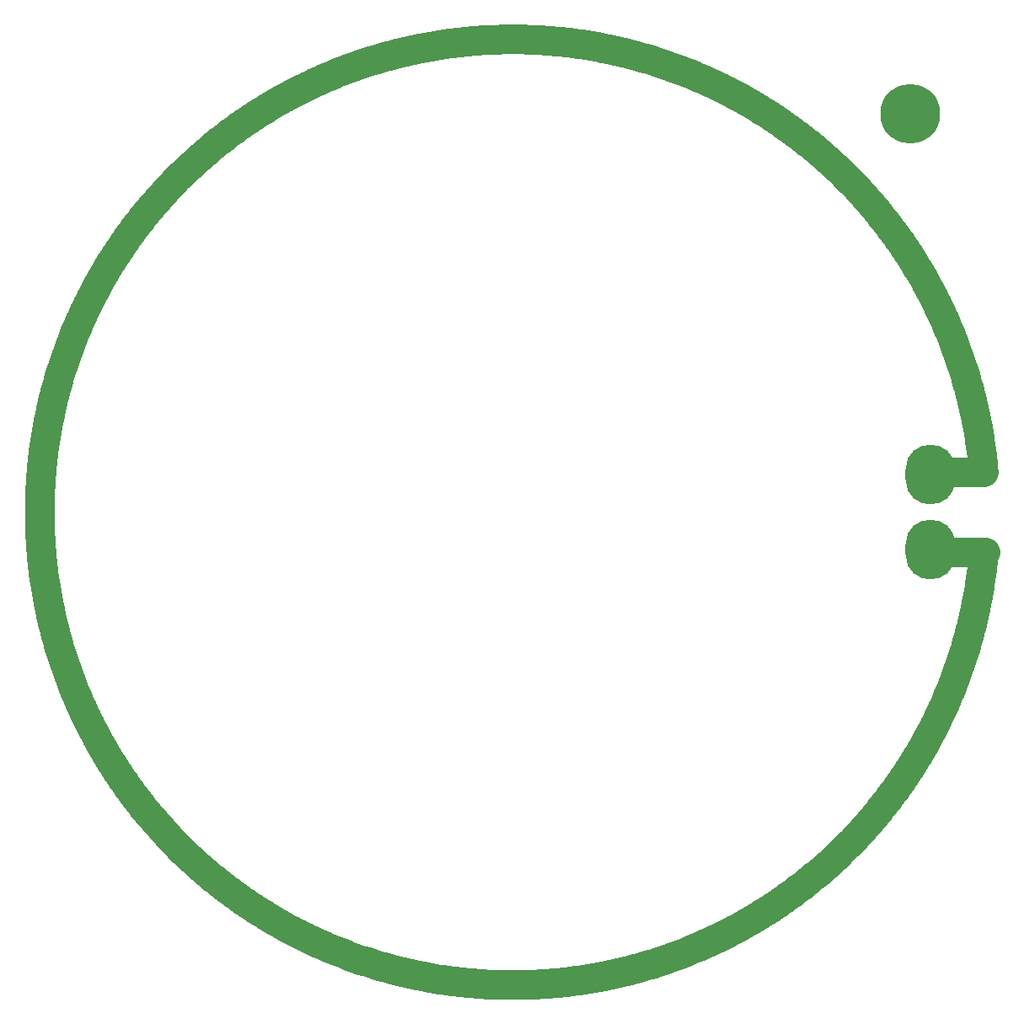
<source format=gbl>
G04 Layer_Physical_Order=2*
G04 Layer_Color=16711680*
%FSLAX25Y25*%
%MOIN*%
G70*
G01*
G75*
%ADD12C,0.23622*%
%ADD13C,0.11811*%
%ADD14O,0.19685X0.23622*%
D12*
X157480Y157480D02*
D03*
D13*
X186334Y15860D02*
X186247Y16856D01*
X186154Y17852D01*
X186056Y18847D01*
X185952Y19842D01*
X185843Y20837D01*
X185729Y21830D01*
X185610Y22823D01*
X185485Y23816D01*
X185355Y24807D01*
X185220Y25798D01*
X185079Y26789D01*
X184933Y27778D01*
X184782Y28767D01*
X184625Y29755D01*
X184464Y30742D01*
X184297Y31728D01*
X184124Y32713D01*
X183947Y33698D01*
X183764Y34681D01*
X183576Y35663D01*
X183382Y36645D01*
X183184Y37625D01*
X182980Y38604D01*
X182771Y39582D01*
X182556Y40559D01*
X182337Y41535D01*
X182112Y42510D01*
X181882Y43483D01*
X181647Y44456D01*
X181407Y45426D01*
X181161Y46396D01*
X180910Y47364D01*
X180655Y48331D01*
X180393Y49297D01*
X180127Y50261D01*
X179856Y51223D01*
X179579Y52185D01*
X179297Y53145D01*
X179011Y54103D01*
X178719Y55059D01*
X178422Y56014D01*
X178120Y56968D01*
X177812Y57920D01*
X177500Y58870D01*
X177183Y59819D01*
X176860Y60765D01*
X176533Y61710D01*
X176200Y62654D01*
X175862Y63595D01*
X175520Y64535D01*
X175172Y65473D01*
X174819Y66409D01*
X174462Y67343D01*
X174099Y68275D01*
X173731Y69205D01*
X173359Y70133D01*
X172981Y71060D01*
X172599Y71984D01*
X172211Y72906D01*
X171819Y73826D01*
X171422Y74744D01*
X171019Y75660D01*
X170612Y76573D01*
X170200Y77485D01*
X169783Y78394D01*
X169362Y79301D01*
X168935Y80205D01*
X168504Y81108D01*
X168067Y82008D01*
X167626Y82906D01*
X167181Y83801D01*
X166730Y84694D01*
X166275Y85584D01*
X165814Y86473D01*
X165350Y87358D01*
X164880Y88241D01*
X164406Y89122D01*
X163927Y90000D01*
X163443Y90876D01*
X162954Y91748D01*
X162461Y92619D01*
X161964Y93486D01*
X161461Y94351D01*
X160954Y95213D01*
X160443Y96073D01*
X159927Y96930D01*
X159406Y97784D01*
X158881Y98635D01*
X158351Y99483D01*
X157817Y100329D01*
X157278Y101171D01*
X156734Y102011D01*
X156187Y102848D01*
X155634Y103682D01*
X155078Y104513D01*
X154516Y105341D01*
X153951Y106166D01*
X153381Y106987D01*
X152806Y107806D01*
X152227Y108622D01*
X151644Y109435D01*
X151057Y110244D01*
X150465Y111050D01*
X149869Y111854D01*
X149269Y112654D01*
X148664Y113450D01*
X148055Y114244D01*
X147442Y115034D01*
X146825Y115821D01*
X146203Y116605D01*
X145577Y117385D01*
X144947Y118162D01*
X144313Y118935D01*
X143675Y119706D01*
X143033Y120472D01*
X142386Y121236D01*
X141736Y121995D01*
X141081Y122752D01*
X140423Y123505D01*
X139760Y124254D01*
X139094Y125000D01*
X138423Y125742D01*
X137749Y126480D01*
X137070Y127215D01*
X136388Y127946D01*
X135702Y128674D01*
X135011Y129398D01*
X134317Y130118D01*
X133619Y130835D01*
X132918Y131548D01*
X132212Y132257D01*
X131503Y132962D01*
X130790Y133663D01*
X130073Y134361D01*
X129353Y135055D01*
X128629Y135745D01*
X127901Y136431D01*
X127169Y137113D01*
X126434Y137791D01*
X125695Y138465D01*
X124953Y139136D01*
X124207Y139802D01*
X123458Y140464D01*
X122704Y141122D01*
X121948Y141777D01*
X121188Y142427D01*
X120424Y143073D01*
X119657Y143715D01*
X118887Y144353D01*
X118113Y144987D01*
X117336Y145616D01*
X116556Y146242D01*
X115772Y146863D01*
X114985Y147480D01*
X114194Y148093D01*
X113400Y148702D01*
X112604Y149306D01*
X111803Y149907D01*
X111000Y150502D01*
X110194Y151094D01*
X109384Y151681D01*
X108571Y152264D01*
X107755Y152842D01*
X106936Y153417D01*
X106114Y153986D01*
X105289Y154552D01*
X104461Y155113D01*
X103630Y155669D01*
X102796Y156221D01*
X101959Y156769D01*
X101119Y157312D01*
X100276Y157850D01*
X99430Y158384D01*
X98581Y158914D01*
X97730Y159439D01*
X96876Y159959D01*
X96019Y160475D01*
X95159Y160986D01*
X94297Y161493D01*
X93432Y161995D01*
X92564Y162493D01*
X91694Y162985D01*
X90821Y163473D01*
X89945Y163957D01*
X89067Y164436D01*
X88186Y164910D01*
X87303Y165379D01*
X86417Y165843D01*
X85529Y166303D01*
X84638Y166758D01*
X83745Y167209D01*
X82850Y167654D01*
X81952Y168095D01*
X81051Y168531D01*
X80149Y168962D01*
X79244Y169388D01*
X78337Y169809D01*
X77428Y170226D01*
X76516Y170638D01*
X75602Y171045D01*
X74686Y171447D01*
X73768Y171844D01*
X72848Y172236D01*
X71926Y172623D01*
X71002Y173005D01*
X70075Y173382D01*
X69147Y173755D01*
X68217Y174122D01*
X67284Y174484D01*
X66350Y174842D01*
X65414Y175194D01*
X64476Y175541D01*
X63536Y175884D01*
X62595Y176221D01*
X61651Y176553D01*
X60706Y176881D01*
X59759Y177203D01*
X58810Y177520D01*
X57860Y177832D01*
X56908Y178139D01*
X55955Y178441D01*
X54999Y178737D01*
X54043Y179029D01*
X53084Y179315D01*
X52125Y179597D01*
X51163Y179873D01*
X50200Y180144D01*
X49236Y180410D01*
X48270Y180671D01*
X47304Y180926D01*
X46335Y181177D01*
X45365Y181422D01*
X44394Y181662D01*
X43422Y181897D01*
X42449Y182126D01*
X41474Y182351D01*
X40498Y182570D01*
X39521Y182784D01*
X38543Y182993D01*
X37563Y183196D01*
X36583Y183395D01*
X35602Y183588D01*
X34619Y183775D01*
X33636Y183958D01*
X32651Y184135D01*
X31666Y184307D01*
X30680Y184474D01*
X29693Y184635D01*
X28705Y184792D01*
X27716Y184943D01*
X26726Y185088D01*
X25736Y185229D01*
X24745Y185363D01*
X23753Y185493D01*
X22761Y185618D01*
X21768Y185737D01*
X20774Y185850D01*
X19780Y185959D01*
X18785Y186062D01*
X17789Y186160D01*
X16793Y186252D01*
X15797Y186339D01*
X14800Y186421D01*
X13803Y186498D01*
X12805Y186569D01*
X11807Y186635D01*
X10809Y186695D01*
X9810Y186750D01*
X8811Y186800D01*
X7812Y186845D01*
X6812Y186884D01*
X5813Y186917D01*
X4813Y186946D01*
X3813Y186969D01*
X2813Y186987D01*
X1813Y186999D01*
X812Y187006D01*
X-188Y187008D01*
X-1188Y187004D01*
X-2188Y186995D01*
X-3188Y186981D01*
X-4188Y186961D01*
X-5188Y186936D01*
X-6188Y186906D01*
X-7187Y186870D01*
X-8187Y186829D01*
X-9186Y186782D01*
X-10185Y186730D01*
X-11184Y186673D01*
X-12182Y186611D01*
X-13180Y186543D01*
X-14177Y186470D01*
X-15174Y186391D01*
X-16171Y186307D01*
X-17167Y186218D01*
X-18163Y186124D01*
X-19158Y186024D01*
X-20153Y185919D01*
X-21147Y185808D01*
X-22140Y185693D01*
X-23133Y185572D01*
X-24126Y185445D01*
X-25117Y185313D01*
X-26108Y185177D01*
X-27098Y185034D01*
X-28087Y184887D01*
X-29076Y184734D01*
X-30063Y184576D01*
X-31050Y184412D01*
X-32036Y184243D01*
X-33021Y184069D01*
X-34005Y183890D01*
X-34988Y183706D01*
X-35970Y183516D01*
X-36951Y183321D01*
X-37931Y183121D01*
X-38910Y182915D01*
X-39888Y182704D01*
X-40864Y182489D01*
X-41840Y182267D01*
X-42814Y182041D01*
X-43787Y181809D01*
X-44759Y181572D01*
X-45730Y181331D01*
X-46699Y181083D01*
X-47666Y180831D01*
X-48633Y180573D01*
X-49598Y180311D01*
X-50562Y180043D01*
X-51524Y179770D01*
X-52485Y179492D01*
X-53444Y179209D01*
X-54402Y178920D01*
X-55358Y178627D01*
X-56313Y178328D01*
X-57266Y178024D01*
X-58217Y177715D01*
X-59167Y177401D01*
X-60115Y177082D01*
X-61061Y176758D01*
X-62005Y176429D01*
X-62948Y176095D01*
X-63889Y175756D01*
X-64828Y175412D01*
X-65766Y175062D01*
X-66701Y174708D01*
X-67634Y174349D01*
X-68566Y173985D01*
X-69495Y173615D01*
X-70423Y173241D01*
X-71349Y172862D01*
X-72272Y172478D01*
X-73194Y172089D01*
X-74113Y171695D01*
X-75030Y171296D01*
X-75945Y170893D01*
X-76858Y170484D01*
X-77769Y170070D01*
X-78678Y169652D01*
X-79584Y169229D01*
X-80488Y168801D01*
X-81390Y168368D01*
X-82289Y167930D01*
X-83186Y167487D01*
X-84081Y167040D01*
X-84973Y166588D01*
X-85862Y166131D01*
X-86750Y165670D01*
X-87635Y165203D01*
X-88517Y164732D01*
X-89397Y164256D01*
X-90274Y163776D01*
X-91149Y163291D01*
X-92021Y162801D01*
X-92890Y162306D01*
X-93757Y161807D01*
X-94621Y161303D01*
X-95482Y160795D01*
X-96341Y160282D01*
X-97197Y159764D01*
X-98050Y159242D01*
X-98901Y158716D01*
X-99748Y158184D01*
X-100593Y157649D01*
X-101434Y157108D01*
X-102273Y156563D01*
X-103109Y156014D01*
X-103942Y155461D01*
X-104772Y154902D01*
X-105599Y154340D01*
X-106423Y153773D01*
X-107244Y153201D01*
X-108062Y152626D01*
X-108877Y152045D01*
X-109688Y151461D01*
X-110497Y150872D01*
X-111302Y150279D01*
X-112104Y149681D01*
X-112903Y149080D01*
X-113699Y148474D01*
X-114492Y147863D01*
X-115281Y147249D01*
X-116067Y146630D01*
X-116849Y146008D01*
X-117629Y145380D01*
X-118404Y144749D01*
X-119177Y144114D01*
X-119946Y143474D01*
X-120712Y142831D01*
X-121474Y142183D01*
X-122232Y141532D01*
X-122988Y140876D01*
X-123739Y140216D01*
X-124488Y139552D01*
X-125232Y138884D01*
X-125973Y138213D01*
X-126711Y137537D01*
X-127444Y136857D01*
X-128174Y136173D01*
X-128901Y135486D01*
X-129624Y134795D01*
X-130343Y134099D01*
X-131058Y133400D01*
X-131770Y132698D01*
X-132478Y131991D01*
X-133182Y131281D01*
X-133882Y130566D01*
X-134578Y129848D01*
X-135271Y129127D01*
X-135960Y128401D01*
X-136644Y127672D01*
X-137325Y126940D01*
X-138002Y126204D01*
X-138675Y125464D01*
X-139344Y124720D01*
X-140009Y123973D01*
X-140670Y123222D01*
X-141328Y122468D01*
X-141981Y121711D01*
X-142629Y120950D01*
X-143274Y120185D01*
X-143915Y119417D01*
X-144552Y118646D01*
X-145184Y117871D01*
X-145812Y117093D01*
X-146437Y116311D01*
X-147057Y115526D01*
X-147672Y114738D01*
X-148284Y113947D01*
X-148891Y113152D01*
X-149494Y112354D01*
X-150093Y111553D01*
X-150688Y110748D01*
X-151278Y109941D01*
X-151864Y109130D01*
X-152445Y108316D01*
X-153022Y107500D01*
X-153595Y106679D01*
X-154163Y105857D01*
X-154727Y105031D01*
X-155287Y104201D01*
X-155842Y103369D01*
X-156393Y102534D01*
X-156939Y101697D01*
X-157480Y100856D01*
X-158018Y100012D01*
X-158550Y99165D01*
X-159078Y98316D01*
X-159602Y97464D01*
X-160121Y96609D01*
X-160635Y95751D01*
X-161145Y94890D01*
X-161650Y94027D01*
X-162151Y93161D01*
X-162647Y92293D01*
X-163138Y91422D01*
X-163625Y90548D01*
X-164107Y89671D01*
X-164584Y88792D01*
X-165057Y87911D01*
X-165524Y87027D01*
X-165987Y86140D01*
X-166446Y85251D01*
X-166899Y84360D01*
X-167348Y83466D01*
X-167792Y82570D01*
X-168231Y81671D01*
X-168666Y80770D01*
X-169095Y79867D01*
X-169520Y78961D01*
X-169940Y78054D01*
X-170355Y77144D01*
X-170765Y76231D01*
X-171170Y75317D01*
X-171571Y74400D01*
X-171966Y73482D01*
X-172357Y72561D01*
X-172742Y71638D01*
X-173123Y70713D01*
X-173499Y69786D01*
X-173870Y68857D01*
X-174235Y67926D01*
X-174596Y66993D01*
X-174952Y66059D01*
X-175303Y65122D01*
X-175649Y64183D01*
X-175989Y63243D01*
X-176325Y62301D01*
X-176656Y61357D01*
X-176981Y60411D01*
X-177302Y59464D01*
X-177618Y58515D01*
X-177928Y57564D01*
X-178233Y56612D01*
X-178533Y55657D01*
X-178829Y54702D01*
X-179119Y53745D01*
X-179403Y52786D01*
X-179683Y51825D01*
X-179958Y50864D01*
X-180227Y49900D01*
X-180492Y48936D01*
X-180751Y47970D01*
X-181005Y47002D01*
X-181254Y46034D01*
X-181497Y45063D01*
X-181736Y44092D01*
X-181969Y43119D01*
X-182197Y42146D01*
X-182420Y41171D01*
X-182637Y40194D01*
X-182850Y39217D01*
X-183057Y38238D01*
X-183259Y37259D01*
X-183455Y36278D01*
X-183647Y35296D01*
X-183833Y34314D01*
X-184014Y33330D01*
X-184189Y32345D01*
X-184360Y31360D01*
X-184525Y30373D01*
X-184685Y29386D01*
X-184839Y28398D01*
X-184988Y27409D01*
X-185132Y26419D01*
X-185271Y25429D01*
X-185404Y24437D01*
X-185532Y23445D01*
X-185655Y22453D01*
X-185773Y21459D01*
X-185885Y20466D01*
X-185992Y19471D01*
X-186093Y18476D01*
X-186189Y17480D01*
X-186280Y16484D01*
X-186365Y15488D01*
X-186446Y14491D01*
X-186520Y13493D01*
X-186590Y12496D01*
X-186654Y11497D01*
X-186713Y10499D01*
X-186766Y9500D01*
X-186814Y8501D01*
X-186857Y7502D01*
X-186895Y6502D01*
X-186927Y5503D01*
X-186954Y4503D01*
X-186975Y3503D01*
X-186991Y2503D01*
X-187002Y1503D01*
X-187007Y503D01*
X-187007Y-498D01*
X-187002Y-1498D01*
X-186991Y-2498D01*
X-186975Y-3498D01*
X-186954Y-4498D01*
X-186927Y-5498D01*
X-186895Y-6498D01*
X-186857Y-7497D01*
X-186815Y-8496D01*
X-186767Y-9495D01*
X-186713Y-10494D01*
X-186654Y-11493D01*
X-186590Y-12491D01*
X-186521Y-13488D01*
X-186446Y-14486D01*
X-186366Y-15483D01*
X-186280Y-16479D01*
X-186190Y-17476D01*
X-186093Y-18471D01*
X-185992Y-19466D01*
X-185885Y-20461D01*
X-185773Y-21454D01*
X-185656Y-22448D01*
X-185533Y-23440D01*
X-185405Y-24432D01*
X-185272Y-25424D01*
X-185133Y-26414D01*
X-184989Y-27404D01*
X-184840Y-28393D01*
X-184685Y-29381D01*
X-184526Y-30369D01*
X-184361Y-31355D01*
X-184190Y-32341D01*
X-184015Y-33325D01*
X-183834Y-34309D01*
X-183648Y-35292D01*
X-183456Y-36273D01*
X-183260Y-37254D01*
X-183058Y-38234D01*
X-182851Y-39212D01*
X-182638Y-40190D01*
X-182421Y-41166D01*
X-182198Y-42141D01*
X-181970Y-43115D01*
X-181737Y-44087D01*
X-181498Y-45059D01*
X-181255Y-46029D01*
X-181006Y-46998D01*
X-180752Y-47965D01*
X-180493Y-48931D01*
X-180229Y-49896D01*
X-179959Y-50859D01*
X-179685Y-51821D01*
X-179405Y-52781D01*
X-179120Y-53740D01*
X-178830Y-54697D01*
X-178535Y-55653D01*
X-178235Y-56607D01*
X-177929Y-57559D01*
X-177619Y-58510D01*
X-177304Y-59459D01*
X-176983Y-60407D01*
X-176657Y-61352D01*
X-176327Y-62296D01*
X-175991Y-63239D01*
X-175650Y-64179D01*
X-175304Y-65117D01*
X-174954Y-66054D01*
X-174598Y-66989D01*
X-174237Y-67922D01*
X-173871Y-68853D01*
X-173501Y-69782D01*
X-173125Y-70709D01*
X-172744Y-71633D01*
X-172359Y-72556D01*
X-171968Y-73477D01*
X-171573Y-74396D01*
X-171172Y-75312D01*
X-170767Y-76227D01*
X-170357Y-77139D01*
X-169942Y-78049D01*
X-169522Y-78957D01*
X-169097Y-79862D01*
X-168668Y-80766D01*
X-168234Y-81667D01*
X-167794Y-82565D01*
X-167350Y-83461D01*
X-166902Y-84355D01*
X-166448Y-85247D01*
X-165990Y-86136D01*
X-165527Y-87022D01*
X-165059Y-87906D01*
X-164586Y-88788D01*
X-164109Y-89667D01*
X-163627Y-90543D01*
X-163140Y-91417D01*
X-162649Y-92289D01*
X-162153Y-93157D01*
X-161653Y-94023D01*
X-161148Y-94886D01*
X-160638Y-95747D01*
X-160123Y-96605D01*
X-159604Y-97460D01*
X-159081Y-98312D01*
X-158553Y-99161D01*
X-158020Y-100008D01*
X-157483Y-100852D01*
X-156941Y-101692D01*
X-156395Y-102530D01*
X-155845Y-103365D01*
X-155290Y-104197D01*
X-154730Y-105026D01*
X-154166Y-105852D01*
X-153598Y-106676D01*
X-153025Y-107495D01*
X-152448Y-108312D01*
X-151866Y-109126D01*
X-151281Y-109937D01*
X-150690Y-110744D01*
X-150096Y-111549D01*
X-149497Y-112350D01*
X-148894Y-113148D01*
X-148287Y-113943D01*
X-147675Y-114734D01*
X-147060Y-115522D01*
X-146440Y-116307D01*
X-145816Y-117089D01*
X-145187Y-117867D01*
X-144555Y-118642D01*
X-143918Y-119413D01*
X-143277Y-120181D01*
X-142633Y-120946D01*
X-141984Y-121707D01*
X-141331Y-122465D01*
X-140674Y-123219D01*
X-140013Y-123969D01*
X-139348Y-124716D01*
X-138679Y-125460D01*
X-138006Y-126200D01*
X-137329Y-126936D01*
X-136648Y-127669D01*
X-135963Y-128398D01*
X-135274Y-129123D01*
X-134582Y-129845D01*
X-133885Y-130563D01*
X-133185Y-131277D01*
X-132481Y-131987D01*
X-131773Y-132694D01*
X-131062Y-133397D01*
X-130346Y-134096D01*
X-129627Y-134791D01*
X-128905Y-135483D01*
X-128178Y-136170D01*
X-127448Y-136854D01*
X-126714Y-137533D01*
X-125977Y-138209D01*
X-125236Y-138881D01*
X-124491Y-139549D01*
X-123743Y-140213D01*
X-122991Y-140873D01*
X-122236Y-141528D01*
X-121477Y-142180D01*
X-120715Y-142828D01*
X-119950Y-143471D01*
X-119181Y-144111D01*
X-118408Y-144746D01*
X-117632Y-145377D01*
X-116853Y-146004D01*
X-116071Y-146627D01*
X-115285Y-147246D01*
X-114496Y-147861D01*
X-113703Y-148471D01*
X-112907Y-149077D01*
X-112108Y-149679D01*
X-111306Y-150276D01*
X-110501Y-150869D01*
X-109693Y-151458D01*
X-108881Y-152042D01*
X-108066Y-152623D01*
X-107248Y-153198D01*
X-106427Y-153770D01*
X-105603Y-154337D01*
X-104776Y-154900D01*
X-103946Y-155458D01*
X-103113Y-156011D01*
X-102278Y-156561D01*
X-101439Y-157105D01*
X-100597Y-157646D01*
X-99752Y-158182D01*
X-98905Y-158713D01*
X-98055Y-159239D01*
X-97202Y-159762D01*
X-96346Y-160279D01*
X-95487Y-160792D01*
X-94626Y-161301D01*
X-93762Y-161804D01*
X-92895Y-162303D01*
X-92026Y-162798D01*
X-91154Y-163288D01*
X-90279Y-163773D01*
X-89402Y-164254D01*
X-88522Y-164729D01*
X-87640Y-165200D01*
X-86755Y-165667D01*
X-85868Y-166129D01*
X-84978Y-166585D01*
X-84086Y-167037D01*
X-83191Y-167485D01*
X-82294Y-167927D01*
X-81395Y-168365D01*
X-80493Y-168798D01*
X-79589Y-169226D01*
X-78683Y-169649D01*
X-77775Y-170068D01*
X-76864Y-170481D01*
X-75951Y-170890D01*
X-75036Y-171294D01*
X-74119Y-171693D01*
X-73199Y-172087D01*
X-72278Y-172476D01*
X-71354Y-172860D01*
X-70429Y-173239D01*
X-69501Y-173613D01*
X-68572Y-173982D01*
X-67640Y-174347D01*
X-66707Y-174706D01*
X-65771Y-175060D01*
X-64834Y-175409D01*
X-63895Y-175754D01*
X-62954Y-176093D01*
X-62011Y-176427D01*
X-61067Y-176756D01*
X-60121Y-177080D01*
X-59173Y-177399D01*
X-58223Y-177713D01*
X-57272Y-178022D01*
X-56319Y-178326D01*
X-55364Y-178625D01*
X-54408Y-178918D01*
X-53451Y-179207D01*
X-52491Y-179490D01*
X-51530Y-179768D01*
X-50568Y-180041D01*
X-49605Y-180309D01*
X-48640Y-180572D01*
X-47673Y-180829D01*
X-46705Y-181082D01*
X-45736Y-181329D01*
X-44766Y-181571D01*
X-43794Y-181808D01*
X-42821Y-182039D01*
X-41846Y-182266D01*
X-40871Y-182487D01*
X-39894Y-182703D01*
X-38917Y-182914D01*
X-37938Y-183119D01*
X-36958Y-183320D01*
X-35977Y-183515D01*
X-34995Y-183704D01*
X-34012Y-183889D01*
X-33027Y-184068D01*
X-32043Y-184242D01*
X-31057Y-184411D01*
X-30070Y-184574D01*
X-29082Y-184733D01*
X-28094Y-184886D01*
X-27104Y-185033D01*
X-26114Y-185176D01*
X-25123Y-185313D01*
X-24132Y-185444D01*
X-23140Y-185571D01*
X-22147Y-185692D01*
X-21153Y-185808D01*
X-20159Y-185918D01*
X-19164Y-186023D01*
X-18169Y-186123D01*
X-17173Y-186218D01*
X-16177Y-186307D01*
X-15180Y-186391D01*
X-14183Y-186469D01*
X-13186Y-186542D01*
X-12188Y-186610D01*
X-11190Y-186673D01*
X-10191Y-186730D01*
X-9192Y-186782D01*
X-8193Y-186828D01*
X-7193Y-186870D01*
X-6194Y-186905D01*
X-5194Y-186936D01*
X-4194Y-186961D01*
X-3194Y-186981D01*
X-2194Y-186995D01*
X-1194Y-187004D01*
X-193Y-187008D01*
X807Y-187006D01*
X1807Y-186999D01*
X2807Y-186987D01*
X3807Y-186969D01*
X4807Y-186946D01*
X5807Y-186918D01*
X6807Y-186884D01*
X7806Y-186845D01*
X8805Y-186800D01*
X9804Y-186751D01*
X10803Y-186696D01*
X11802Y-186635D01*
X12800Y-186569D01*
X13798Y-186498D01*
X14795Y-186422D01*
X15792Y-186340D01*
X16788Y-186253D01*
X17784Y-186160D01*
X18780Y-186063D01*
X19774Y-185959D01*
X20769Y-185851D01*
X21763Y-185737D01*
X22756Y-185618D01*
X23748Y-185494D01*
X24740Y-185364D01*
X25731Y-185229D01*
X26722Y-185089D01*
X27711Y-184943D01*
X28700Y-184792D01*
X29688Y-184636D01*
X30675Y-184475D01*
X31661Y-184308D01*
X32647Y-184136D01*
X33631Y-183959D01*
X34615Y-183776D01*
X35597Y-183589D01*
X36578Y-183396D01*
X37559Y-183197D01*
X38538Y-182994D01*
X39516Y-182785D01*
X40493Y-182571D01*
X41469Y-182352D01*
X42444Y-182127D01*
X43418Y-181898D01*
X44390Y-181663D01*
X45361Y-181423D01*
X46331Y-181178D01*
X47299Y-180927D01*
X48266Y-180672D01*
X49232Y-180411D01*
X50196Y-180145D01*
X51159Y-179874D01*
X52120Y-179598D01*
X53080Y-179317D01*
X54038Y-179030D01*
X54995Y-178739D01*
X55950Y-178442D01*
X56904Y-178140D01*
X57856Y-177833D01*
X58806Y-177521D01*
X59755Y-177204D01*
X60702Y-176882D01*
X61647Y-176555D01*
X62591Y-176223D01*
X63532Y-175885D01*
X64472Y-175543D01*
X65410Y-175196D01*
X66346Y-174843D01*
X67281Y-174486D01*
X68213Y-174123D01*
X69143Y-173756D01*
X70072Y-173384D01*
X70998Y-173006D01*
X71922Y-172624D01*
X72845Y-172237D01*
X73765Y-171845D01*
X74683Y-171448D01*
X75599Y-171046D01*
X76513Y-170639D01*
X77424Y-170228D01*
X78334Y-169811D01*
X79241Y-169390D01*
X80146Y-168963D01*
X81048Y-168532D01*
X81948Y-168096D01*
X82846Y-167656D01*
X83742Y-167210D01*
X84635Y-166760D01*
X85526Y-166305D01*
X86414Y-165845D01*
X87300Y-165380D01*
X88183Y-164911D01*
X89064Y-164437D01*
X89942Y-163958D01*
X90818Y-163475D01*
X91691Y-162987D01*
X92561Y-162494D01*
X93429Y-161997D01*
X94294Y-161495D01*
X95157Y-160988D01*
X96017Y-160477D01*
X96873Y-159961D01*
X97728Y-159440D01*
X98579Y-158915D01*
X99428Y-158386D01*
X100273Y-157852D01*
X101116Y-157313D01*
X101956Y-156770D01*
X102793Y-156223D01*
X103627Y-155670D01*
X104458Y-155114D01*
X105287Y-154553D01*
X106112Y-153988D01*
X106934Y-153418D01*
X107753Y-152844D01*
X108569Y-152265D01*
X109382Y-151682D01*
X110192Y-151095D01*
X110998Y-150504D01*
X111802Y-149908D01*
X112602Y-149308D01*
X113399Y-148703D01*
X114192Y-148095D01*
X114983Y-147482D01*
X115770Y-146865D01*
X116554Y-146243D01*
X117334Y-145618D01*
X118112Y-144988D01*
X118886Y-144354D01*
X119656Y-143716D01*
X120423Y-143074D01*
X121186Y-142428D01*
X121947Y-141778D01*
X122703Y-141124D01*
X123456Y-140465D01*
X124206Y-139803D01*
X124952Y-139137D01*
X125694Y-138466D01*
X126433Y-137792D01*
X127168Y-137114D01*
X127900Y-136432D01*
X128628Y-135746D01*
X129352Y-135056D01*
X130072Y-134362D01*
X130789Y-133664D01*
X131502Y-132963D01*
X132211Y-132258D01*
X132917Y-131549D01*
X133619Y-130836D01*
X134317Y-130119D01*
X135011Y-129399D01*
X135701Y-128675D01*
X136387Y-127947D01*
X137069Y-127216D01*
X137748Y-126481D01*
X138423Y-125742D01*
X139093Y-125000D01*
X139760Y-124255D01*
X140422Y-123505D01*
X141081Y-122752D01*
X141735Y-121996D01*
X142386Y-121236D01*
X143032Y-120473D01*
X143675Y-119706D01*
X144313Y-118936D01*
X144947Y-118162D01*
X145577Y-117385D01*
X146203Y-116605D01*
X146824Y-115821D01*
X147442Y-115034D01*
X148055Y-114244D01*
X148664Y-113451D01*
X149268Y-112654D01*
X149869Y-111854D01*
X150465Y-111051D01*
X151057Y-110244D01*
X151644Y-109435D01*
X152227Y-108622D01*
X152806Y-107806D01*
X153381Y-106988D01*
X153951Y-106166D01*
X154516Y-105341D01*
X155078Y-104513D01*
X155634Y-103682D01*
X156187Y-102848D01*
X156735Y-102011D01*
X157278Y-101171D01*
X157817Y-100329D01*
X158351Y-99483D01*
X158881Y-98635D01*
X159406Y-97783D01*
X159927Y-96929D01*
X160443Y-96073D01*
X160955Y-95213D01*
X161462Y-94351D01*
X161964Y-93486D01*
X162462Y-92618D01*
X162955Y-91748D01*
X163443Y-90875D01*
X163927Y-90000D01*
X164406Y-89121D01*
X164880Y-88241D01*
X165350Y-87358D01*
X165815Y-86472D01*
X166275Y-85584D01*
X166730Y-84693D01*
X167181Y-83800D01*
X167627Y-82905D01*
X168068Y-82007D01*
X168504Y-81107D01*
X168935Y-80205D01*
X169362Y-79300D01*
X169784Y-78393D01*
X170201Y-77484D01*
X170613Y-76572D01*
X171020Y-75659D01*
X171422Y-74743D01*
X171819Y-73825D01*
X172212Y-72905D01*
X172599Y-71983D01*
X172982Y-71058D01*
X173359Y-70132D01*
X173732Y-69204D01*
X174100Y-68274D01*
X174462Y-67342D01*
X174820Y-66407D01*
X175173Y-65471D01*
X175520Y-64534D01*
X175863Y-63594D01*
X176201Y-62652D01*
X176533Y-61709D01*
X176861Y-60764D01*
X177183Y-59817D01*
X177501Y-58868D01*
X177813Y-57918D01*
X178120Y-56966D01*
X178422Y-56013D01*
X178719Y-55058D01*
X179011Y-54101D01*
X179298Y-53143D01*
X179580Y-52183D01*
X179856Y-51222D01*
X180128Y-50259D01*
X180394Y-49295D01*
X180655Y-48329D01*
X180911Y-47362D01*
X181162Y-46394D01*
X181407Y-45424D01*
X181648Y-44453D01*
X181883Y-43481D01*
X182113Y-42508D01*
X182337Y-41533D01*
X182557Y-40557D01*
X182771Y-39580D01*
X182980Y-38602D01*
X183184Y-37623D01*
X183383Y-36643D01*
X183576Y-35661D01*
X183764Y-34679D01*
X183947Y-33695D01*
X184125Y-32711D01*
X184297Y-31726D01*
X184464Y-30739D01*
X184626Y-29752D01*
X184782Y-28764D01*
X184934Y-27776D01*
X185080Y-26786D01*
X185220Y-25796D01*
X185355Y-24805D01*
X185485Y-23813D01*
X185610Y-22821D01*
X185730Y-21827D01*
X185844Y-20834D01*
X185952Y-19839D01*
X186056Y-18845D01*
X186154Y-17849D01*
X186247Y-16853D01*
X186334Y-15860D01*
X161417Y-15748D02*
X187008D01*
X165354Y15748D02*
X186334D01*
D14*
X165354Y14764D02*
D03*
Y-14764D02*
D03*
M02*

</source>
